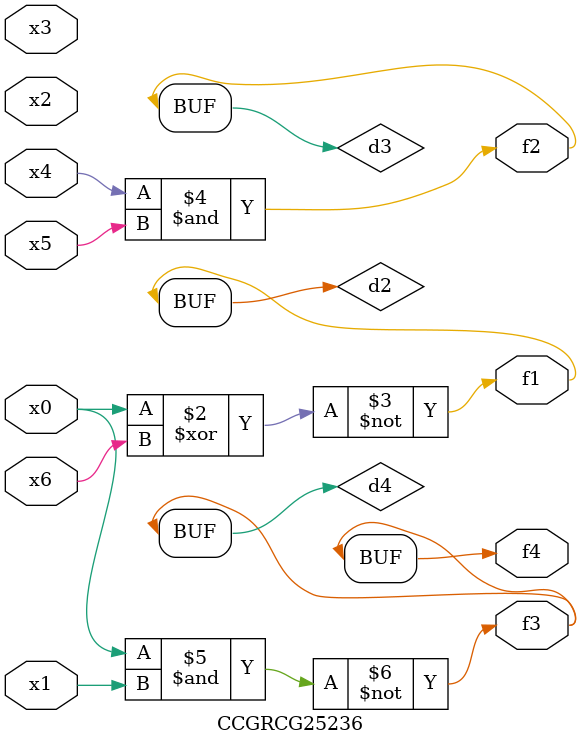
<source format=v>
module CCGRCG25236(
	input x0, x1, x2, x3, x4, x5, x6,
	output f1, f2, f3, f4
);

	wire d1, d2, d3, d4;

	nor (d1, x0);
	xnor (d2, x0, x6);
	and (d3, x4, x5);
	nand (d4, x0, x1);
	assign f1 = d2;
	assign f2 = d3;
	assign f3 = d4;
	assign f4 = d4;
endmodule

</source>
